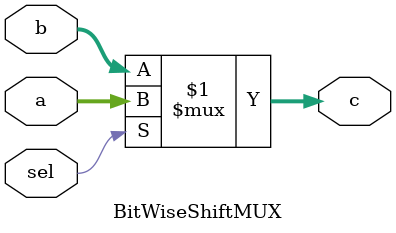
<source format=sv>
module BitWiseShiftMUX
#(  //----------------------------------//-------------------------------------
    // Parameter(s)                     // Description(s)
    //----------------------------------//-------------------------------------
    parameter integer N = 8             // The width in bits of the operand and result.
)  (//----------------------------------//-------------------------------------
    // Output(s)                        // Description(s)
    //----------------------------------//-------------------------------------
    output wire [N-1:0] c,              // The output that was selected.
    //----------------------------------//-------------------------------------
    // Input(s)                         // Description(s)
    //----------------------------------//-------------------------------------
    input  wire         sel,            // The selection line
    input  wire [N-1:0] a,              // Operand A
    input  wire [N-1:0] b               // Operand B
);
    
    assign c = sel ? a : b;
    
endmodule : BitWiseShiftMUX
</source>
